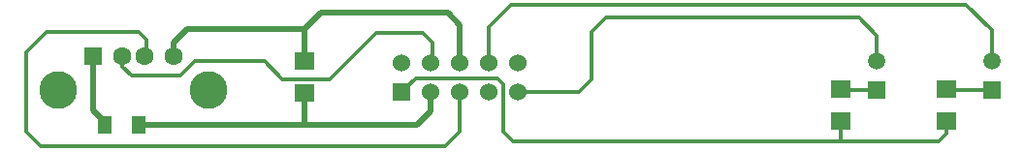
<source format=gbl>
G04 DipTrace 3.2.0.1*
G04 687253_011_ïëàòà_USB.gbl*
%MOMM*%
G04 #@! TF.FileFunction,Copper,L2,Bot*
G04 #@! TF.Part,Single*
G04 #@! TA.AperFunction,Conductor*
%ADD13C,0.5*%
%ADD14C,0.3*%
%ADD15R,1.8X1.6*%
%ADD16R,1.2X1.6*%
G04 #@! TA.AperFunction,ComponentPad*
%ADD17C,1.5*%
%ADD18R,1.5X1.5*%
%ADD19R,1.6X1.6*%
%ADD20C,1.6*%
%ADD21C,3.3*%
%ADD22C,1.524*%
%ADD23R,1.524X1.524*%
%FSLAX35Y35*%
G04*
G71*
G90*
G75*
G01*
G04 Bottom*
%LPD*%
X5858000Y1864000D2*
D13*
Y2194563D1*
X5750110Y2302453D1*
X4641753D1*
X4499250Y2159950D1*
Y1877000D1*
X3358000Y1924500D2*
Y2037500D1*
X3480450Y2159950D1*
X4499250D1*
X5858000Y1610000D2*
D14*
Y1257750D1*
X5731123Y1130873D1*
X2197377D1*
X2070373Y1257877D1*
Y1956373D1*
X2245000Y2131000D1*
X3054627D1*
X3118123Y2067500D1*
Y1924500D1*
X3108000D1*
X3053000Y1321373D2*
D13*
X4484157D1*
X4499250Y1336467D1*
Y1597000D1*
Y1336467D2*
Y1321377D1*
X5486820D1*
X5604000Y1438553D1*
Y1610000D1*
X2908000Y1924500D2*
D14*
Y1857373D1*
X2911750Y1861123D1*
Y1829373D1*
X2991123Y1750000D1*
X3419877D1*
X3546877Y1877000D1*
X4150000D1*
X4307090Y1719910D1*
X4723287D1*
X5126940Y2123563D1*
X5531780D1*
X5615170Y2040173D1*
Y1940390D1*
X5604000Y1864000D1*
X6112000D2*
Y2178693D1*
X6302433Y2369123D1*
X10277877D1*
X10500000Y2147000D1*
Y1877000D1*
X6366000Y1610000D2*
X6896660D1*
X7006277Y1719617D1*
Y2131360D1*
X7134863Y2259947D1*
X9341323D1*
X9500000Y2101270D1*
Y1877000D1*
X10500000Y1623000D2*
X10103250D1*
Y1633123D1*
X9500000Y1623000D2*
X9182500D1*
Y1633123D1*
X5350000Y1610000D2*
X5471560Y1731560D1*
X6182130D1*
X6236813Y1676877D1*
Y1257783D1*
X6321323Y1173273D1*
X9182500D1*
X10034523D1*
X10103250Y1242000D1*
Y1353127D1*
X9182500D2*
Y1173273D1*
X2658000Y1924500D2*
D13*
Y1448250D1*
X2784877Y1321373D1*
X2753000D1*
D15*
X4499250Y1877000D3*
Y1597000D3*
D16*
X2753000Y1321373D3*
X3053000D3*
D15*
X10103250Y1353123D3*
Y1633123D3*
X9182500Y1353123D3*
Y1633123D3*
D17*
X10500000Y1877000D3*
D18*
Y1623000D3*
D17*
X9500000Y1877000D3*
D18*
Y1623000D3*
D19*
X2658000Y1924500D3*
D20*
X2908000D3*
X3108000D3*
X3358000D3*
D21*
X2351000Y1624500D3*
X3665000D3*
D22*
X6366000Y1864000D3*
Y1610000D3*
X6112000D3*
Y1864000D3*
X5858000Y1610000D3*
Y1864000D3*
X5604000Y1610000D3*
Y1864000D3*
X5350000D3*
D23*
Y1610000D3*
M02*

</source>
